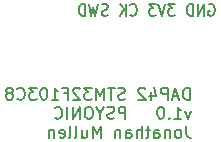
<source format=gbr>
%TF.GenerationSoftware,KiCad,Pcbnew,(6.0.5)*%
%TF.CreationDate,2022-05-16T17:27:05-05:00*%
%TF.ProjectId,dap42,64617034-322e-46b6-9963-61645f706362,rev?*%
%TF.SameCoordinates,Original*%
%TF.FileFunction,Legend,Bot*%
%TF.FilePolarity,Positive*%
%FSLAX46Y46*%
G04 Gerber Fmt 4.6, Leading zero omitted, Abs format (unit mm)*
G04 Created by KiCad (PCBNEW (6.0.5)) date 2022-05-16 17:27:05*
%MOMM*%
%LPD*%
G01*
G04 APERTURE LIST*
%ADD10C,0.150000*%
G04 APERTURE END LIST*
D10*
X183940000Y-90740000D02*
X184025714Y-90692380D01*
X184154285Y-90692380D01*
X184282857Y-90740000D01*
X184368571Y-90835238D01*
X184411428Y-90930476D01*
X184454285Y-91120952D01*
X184454285Y-91263809D01*
X184411428Y-91454285D01*
X184368571Y-91549523D01*
X184282857Y-91644761D01*
X184154285Y-91692380D01*
X184068571Y-91692380D01*
X183940000Y-91644761D01*
X183897142Y-91597142D01*
X183897142Y-91263809D01*
X184068571Y-91263809D01*
X183511428Y-91692380D02*
X183511428Y-90692380D01*
X182997142Y-91692380D01*
X182997142Y-90692380D01*
X182568571Y-91692380D02*
X182568571Y-90692380D01*
X182354285Y-90692380D01*
X182225714Y-90740000D01*
X182140000Y-90835238D01*
X182097142Y-90930476D01*
X182054285Y-91120952D01*
X182054285Y-91263809D01*
X182097142Y-91454285D01*
X182140000Y-91549523D01*
X182225714Y-91644761D01*
X182354285Y-91692380D01*
X182568571Y-91692380D01*
X181068571Y-90692380D02*
X180511428Y-90692380D01*
X180811428Y-91073333D01*
X180682857Y-91073333D01*
X180597142Y-91120952D01*
X180554285Y-91168571D01*
X180511428Y-91263809D01*
X180511428Y-91501904D01*
X180554285Y-91597142D01*
X180597142Y-91644761D01*
X180682857Y-91692380D01*
X180940000Y-91692380D01*
X181025714Y-91644761D01*
X181068571Y-91597142D01*
X180254285Y-90692380D02*
X179954285Y-91692380D01*
X179654285Y-90692380D01*
X179440000Y-90692380D02*
X178882857Y-90692380D01*
X179182857Y-91073333D01*
X179054285Y-91073333D01*
X178968571Y-91120952D01*
X178925714Y-91168571D01*
X178882857Y-91263809D01*
X178882857Y-91501904D01*
X178925714Y-91597142D01*
X178968571Y-91644761D01*
X179054285Y-91692380D01*
X179311428Y-91692380D01*
X179397142Y-91644761D01*
X179440000Y-91597142D01*
X177297142Y-91597142D02*
X177340000Y-91644761D01*
X177468571Y-91692380D01*
X177554285Y-91692380D01*
X177682857Y-91644761D01*
X177768571Y-91549523D01*
X177811428Y-91454285D01*
X177854285Y-91263809D01*
X177854285Y-91120952D01*
X177811428Y-90930476D01*
X177768571Y-90835238D01*
X177682857Y-90740000D01*
X177554285Y-90692380D01*
X177468571Y-90692380D01*
X177340000Y-90740000D01*
X177297142Y-90787619D01*
X176911428Y-91692380D02*
X176911428Y-90692380D01*
X176397142Y-91692380D02*
X176782857Y-91120952D01*
X176397142Y-90692380D02*
X176911428Y-91263809D01*
X175368571Y-91644761D02*
X175240000Y-91692380D01*
X175025714Y-91692380D01*
X174940000Y-91644761D01*
X174897142Y-91597142D01*
X174854285Y-91501904D01*
X174854285Y-91406666D01*
X174897142Y-91311428D01*
X174940000Y-91263809D01*
X175025714Y-91216190D01*
X175197142Y-91168571D01*
X175282857Y-91120952D01*
X175325714Y-91073333D01*
X175368571Y-90978095D01*
X175368571Y-90882857D01*
X175325714Y-90787619D01*
X175282857Y-90740000D01*
X175197142Y-90692380D01*
X174982857Y-90692380D01*
X174854285Y-90740000D01*
X174554285Y-90692380D02*
X174340000Y-91692380D01*
X174168571Y-90978095D01*
X173997142Y-91692380D01*
X173782857Y-90692380D01*
X173440000Y-91692380D02*
X173440000Y-90692380D01*
X173225714Y-90692380D01*
X173097142Y-90740000D01*
X173011428Y-90835238D01*
X172968571Y-90930476D01*
X172925714Y-91120952D01*
X172925714Y-91263809D01*
X172968571Y-91454285D01*
X173011428Y-91549523D01*
X173097142Y-91644761D01*
X173225714Y-91692380D01*
X173440000Y-91692380D01*
X182304404Y-98802380D02*
X182304404Y-97802380D01*
X182066309Y-97802380D01*
X181923452Y-97850000D01*
X181828214Y-97945238D01*
X181780595Y-98040476D01*
X181732976Y-98230952D01*
X181732976Y-98373809D01*
X181780595Y-98564285D01*
X181828214Y-98659523D01*
X181923452Y-98754761D01*
X182066309Y-98802380D01*
X182304404Y-98802380D01*
X181352023Y-98516666D02*
X180875833Y-98516666D01*
X181447261Y-98802380D02*
X181113928Y-97802380D01*
X180780595Y-98802380D01*
X180447261Y-98802380D02*
X180447261Y-97802380D01*
X180066309Y-97802380D01*
X179971071Y-97850000D01*
X179923452Y-97897619D01*
X179875833Y-97992857D01*
X179875833Y-98135714D01*
X179923452Y-98230952D01*
X179971071Y-98278571D01*
X180066309Y-98326190D01*
X180447261Y-98326190D01*
X179018690Y-98135714D02*
X179018690Y-98802380D01*
X179256785Y-97754761D02*
X179494880Y-98469047D01*
X178875833Y-98469047D01*
X178542500Y-97897619D02*
X178494880Y-97850000D01*
X178399642Y-97802380D01*
X178161547Y-97802380D01*
X178066309Y-97850000D01*
X178018690Y-97897619D01*
X177971071Y-97992857D01*
X177971071Y-98088095D01*
X178018690Y-98230952D01*
X178590119Y-98802380D01*
X177971071Y-98802380D01*
X176828214Y-98754761D02*
X176685357Y-98802380D01*
X176447261Y-98802380D01*
X176352023Y-98754761D01*
X176304404Y-98707142D01*
X176256785Y-98611904D01*
X176256785Y-98516666D01*
X176304404Y-98421428D01*
X176352023Y-98373809D01*
X176447261Y-98326190D01*
X176637738Y-98278571D01*
X176732976Y-98230952D01*
X176780595Y-98183333D01*
X176828214Y-98088095D01*
X176828214Y-97992857D01*
X176780595Y-97897619D01*
X176732976Y-97850000D01*
X176637738Y-97802380D01*
X176399642Y-97802380D01*
X176256785Y-97850000D01*
X175971071Y-97802380D02*
X175399642Y-97802380D01*
X175685357Y-98802380D02*
X175685357Y-97802380D01*
X175066309Y-98802380D02*
X175066309Y-97802380D01*
X174732976Y-98516666D01*
X174399642Y-97802380D01*
X174399642Y-98802380D01*
X174018690Y-97802380D02*
X173399642Y-97802380D01*
X173732976Y-98183333D01*
X173590119Y-98183333D01*
X173494880Y-98230952D01*
X173447261Y-98278571D01*
X173399642Y-98373809D01*
X173399642Y-98611904D01*
X173447261Y-98707142D01*
X173494880Y-98754761D01*
X173590119Y-98802380D01*
X173875833Y-98802380D01*
X173971071Y-98754761D01*
X174018690Y-98707142D01*
X173018690Y-97897619D02*
X172971071Y-97850000D01*
X172875833Y-97802380D01*
X172637738Y-97802380D01*
X172542500Y-97850000D01*
X172494880Y-97897619D01*
X172447261Y-97992857D01*
X172447261Y-98088095D01*
X172494880Y-98230952D01*
X173066309Y-98802380D01*
X172447261Y-98802380D01*
X171685357Y-98278571D02*
X172018690Y-98278571D01*
X172018690Y-98802380D02*
X172018690Y-97802380D01*
X171542500Y-97802380D01*
X170637738Y-98802380D02*
X171209166Y-98802380D01*
X170923452Y-98802380D02*
X170923452Y-97802380D01*
X171018690Y-97945238D01*
X171113928Y-98040476D01*
X171209166Y-98088095D01*
X170018690Y-97802380D02*
X169923452Y-97802380D01*
X169828214Y-97850000D01*
X169780595Y-97897619D01*
X169732976Y-97992857D01*
X169685357Y-98183333D01*
X169685357Y-98421428D01*
X169732976Y-98611904D01*
X169780595Y-98707142D01*
X169828214Y-98754761D01*
X169923452Y-98802380D01*
X170018690Y-98802380D01*
X170113928Y-98754761D01*
X170161547Y-98707142D01*
X170209166Y-98611904D01*
X170256785Y-98421428D01*
X170256785Y-98183333D01*
X170209166Y-97992857D01*
X170161547Y-97897619D01*
X170113928Y-97850000D01*
X170018690Y-97802380D01*
X169352023Y-97802380D02*
X168732976Y-97802380D01*
X169066309Y-98183333D01*
X168923452Y-98183333D01*
X168828214Y-98230952D01*
X168780595Y-98278571D01*
X168732976Y-98373809D01*
X168732976Y-98611904D01*
X168780595Y-98707142D01*
X168828214Y-98754761D01*
X168923452Y-98802380D01*
X169209166Y-98802380D01*
X169304404Y-98754761D01*
X169352023Y-98707142D01*
X167732976Y-98707142D02*
X167780595Y-98754761D01*
X167923452Y-98802380D01*
X168018690Y-98802380D01*
X168161547Y-98754761D01*
X168256785Y-98659523D01*
X168304404Y-98564285D01*
X168352023Y-98373809D01*
X168352023Y-98230952D01*
X168304404Y-98040476D01*
X168256785Y-97945238D01*
X168161547Y-97850000D01*
X168018690Y-97802380D01*
X167923452Y-97802380D01*
X167780595Y-97850000D01*
X167732976Y-97897619D01*
X167161547Y-98230952D02*
X167256785Y-98183333D01*
X167304404Y-98135714D01*
X167352023Y-98040476D01*
X167352023Y-97992857D01*
X167304404Y-97897619D01*
X167256785Y-97850000D01*
X167161547Y-97802380D01*
X166971071Y-97802380D01*
X166875833Y-97850000D01*
X166828214Y-97897619D01*
X166780595Y-97992857D01*
X166780595Y-98040476D01*
X166828214Y-98135714D01*
X166875833Y-98183333D01*
X166971071Y-98230952D01*
X167161547Y-98230952D01*
X167256785Y-98278571D01*
X167304404Y-98326190D01*
X167352023Y-98421428D01*
X167352023Y-98611904D01*
X167304404Y-98707142D01*
X167256785Y-98754761D01*
X167161547Y-98802380D01*
X166971071Y-98802380D01*
X166875833Y-98754761D01*
X166828214Y-98707142D01*
X166780595Y-98611904D01*
X166780595Y-98421428D01*
X166828214Y-98326190D01*
X166875833Y-98278571D01*
X166971071Y-98230952D01*
X182399642Y-99745714D02*
X182161547Y-100412380D01*
X181923452Y-99745714D01*
X181018690Y-100412380D02*
X181590119Y-100412380D01*
X181304404Y-100412380D02*
X181304404Y-99412380D01*
X181399642Y-99555238D01*
X181494880Y-99650476D01*
X181590119Y-99698095D01*
X180590119Y-100317142D02*
X180542500Y-100364761D01*
X180590119Y-100412380D01*
X180637738Y-100364761D01*
X180590119Y-100317142D01*
X180590119Y-100412380D01*
X179923452Y-99412380D02*
X179828214Y-99412380D01*
X179732976Y-99460000D01*
X179685357Y-99507619D01*
X179637738Y-99602857D01*
X179590119Y-99793333D01*
X179590119Y-100031428D01*
X179637738Y-100221904D01*
X179685357Y-100317142D01*
X179732976Y-100364761D01*
X179828214Y-100412380D01*
X179923452Y-100412380D01*
X180018690Y-100364761D01*
X180066309Y-100317142D01*
X180113928Y-100221904D01*
X180161547Y-100031428D01*
X180161547Y-99793333D01*
X180113928Y-99602857D01*
X180066309Y-99507619D01*
X180018690Y-99460000D01*
X179923452Y-99412380D01*
X176875833Y-100412380D02*
X176875833Y-99412380D01*
X176494880Y-99412380D01*
X176399642Y-99460000D01*
X176352023Y-99507619D01*
X176304404Y-99602857D01*
X176304404Y-99745714D01*
X176352023Y-99840952D01*
X176399642Y-99888571D01*
X176494880Y-99936190D01*
X176875833Y-99936190D01*
X175923452Y-100364761D02*
X175780595Y-100412380D01*
X175542500Y-100412380D01*
X175447261Y-100364761D01*
X175399642Y-100317142D01*
X175352023Y-100221904D01*
X175352023Y-100126666D01*
X175399642Y-100031428D01*
X175447261Y-99983809D01*
X175542500Y-99936190D01*
X175732976Y-99888571D01*
X175828214Y-99840952D01*
X175875833Y-99793333D01*
X175923452Y-99698095D01*
X175923452Y-99602857D01*
X175875833Y-99507619D01*
X175828214Y-99460000D01*
X175732976Y-99412380D01*
X175494880Y-99412380D01*
X175352023Y-99460000D01*
X174732976Y-99936190D02*
X174732976Y-100412380D01*
X175066309Y-99412380D02*
X174732976Y-99936190D01*
X174399642Y-99412380D01*
X173875833Y-99412380D02*
X173685357Y-99412380D01*
X173590119Y-99460000D01*
X173494880Y-99555238D01*
X173447261Y-99745714D01*
X173447261Y-100079047D01*
X173494880Y-100269523D01*
X173590119Y-100364761D01*
X173685357Y-100412380D01*
X173875833Y-100412380D01*
X173971071Y-100364761D01*
X174066309Y-100269523D01*
X174113928Y-100079047D01*
X174113928Y-99745714D01*
X174066309Y-99555238D01*
X173971071Y-99460000D01*
X173875833Y-99412380D01*
X173018690Y-100412380D02*
X173018690Y-99412380D01*
X172447261Y-100412380D01*
X172447261Y-99412380D01*
X171971071Y-100412380D02*
X171971071Y-99412380D01*
X170923452Y-100317142D02*
X170971071Y-100364761D01*
X171113928Y-100412380D01*
X171209166Y-100412380D01*
X171352023Y-100364761D01*
X171447261Y-100269523D01*
X171494880Y-100174285D01*
X171542500Y-99983809D01*
X171542500Y-99840952D01*
X171494880Y-99650476D01*
X171447261Y-99555238D01*
X171352023Y-99460000D01*
X171209166Y-99412380D01*
X171113928Y-99412380D01*
X170971071Y-99460000D01*
X170923452Y-99507619D01*
X182018690Y-101022380D02*
X182018690Y-101736666D01*
X182066309Y-101879523D01*
X182161547Y-101974761D01*
X182304404Y-102022380D01*
X182399642Y-102022380D01*
X181399642Y-102022380D02*
X181494880Y-101974761D01*
X181542500Y-101927142D01*
X181590119Y-101831904D01*
X181590119Y-101546190D01*
X181542500Y-101450952D01*
X181494880Y-101403333D01*
X181399642Y-101355714D01*
X181256785Y-101355714D01*
X181161547Y-101403333D01*
X181113928Y-101450952D01*
X181066309Y-101546190D01*
X181066309Y-101831904D01*
X181113928Y-101927142D01*
X181161547Y-101974761D01*
X181256785Y-102022380D01*
X181399642Y-102022380D01*
X180637738Y-101355714D02*
X180637738Y-102022380D01*
X180637738Y-101450952D02*
X180590119Y-101403333D01*
X180494880Y-101355714D01*
X180352023Y-101355714D01*
X180256785Y-101403333D01*
X180209166Y-101498571D01*
X180209166Y-102022380D01*
X179304404Y-102022380D02*
X179304404Y-101498571D01*
X179352023Y-101403333D01*
X179447261Y-101355714D01*
X179637738Y-101355714D01*
X179732976Y-101403333D01*
X179304404Y-101974761D02*
X179399642Y-102022380D01*
X179637738Y-102022380D01*
X179732976Y-101974761D01*
X179780595Y-101879523D01*
X179780595Y-101784285D01*
X179732976Y-101689047D01*
X179637738Y-101641428D01*
X179399642Y-101641428D01*
X179304404Y-101593809D01*
X178971071Y-101355714D02*
X178590119Y-101355714D01*
X178828214Y-101022380D02*
X178828214Y-101879523D01*
X178780595Y-101974761D01*
X178685357Y-102022380D01*
X178590119Y-102022380D01*
X178256785Y-102022380D02*
X178256785Y-101022380D01*
X177828214Y-102022380D02*
X177828214Y-101498571D01*
X177875833Y-101403333D01*
X177971071Y-101355714D01*
X178113928Y-101355714D01*
X178209166Y-101403333D01*
X178256785Y-101450952D01*
X176923452Y-102022380D02*
X176923452Y-101498571D01*
X176971071Y-101403333D01*
X177066309Y-101355714D01*
X177256785Y-101355714D01*
X177352023Y-101403333D01*
X176923452Y-101974761D02*
X177018690Y-102022380D01*
X177256785Y-102022380D01*
X177352023Y-101974761D01*
X177399642Y-101879523D01*
X177399642Y-101784285D01*
X177352023Y-101689047D01*
X177256785Y-101641428D01*
X177018690Y-101641428D01*
X176923452Y-101593809D01*
X176447261Y-101355714D02*
X176447261Y-102022380D01*
X176447261Y-101450952D02*
X176399642Y-101403333D01*
X176304404Y-101355714D01*
X176161547Y-101355714D01*
X176066309Y-101403333D01*
X176018690Y-101498571D01*
X176018690Y-102022380D01*
X174780595Y-102022380D02*
X174780595Y-101022380D01*
X174447261Y-101736666D01*
X174113928Y-101022380D01*
X174113928Y-102022380D01*
X173209166Y-101355714D02*
X173209166Y-102022380D01*
X173637738Y-101355714D02*
X173637738Y-101879523D01*
X173590119Y-101974761D01*
X173494880Y-102022380D01*
X173352023Y-102022380D01*
X173256785Y-101974761D01*
X173209166Y-101927142D01*
X172590119Y-102022380D02*
X172685357Y-101974761D01*
X172732976Y-101879523D01*
X172732976Y-101022380D01*
X172066309Y-102022380D02*
X172161547Y-101974761D01*
X172209166Y-101879523D01*
X172209166Y-101022380D01*
X171304404Y-101974761D02*
X171399642Y-102022380D01*
X171590119Y-102022380D01*
X171685357Y-101974761D01*
X171732976Y-101879523D01*
X171732976Y-101498571D01*
X171685357Y-101403333D01*
X171590119Y-101355714D01*
X171399642Y-101355714D01*
X171304404Y-101403333D01*
X171256785Y-101498571D01*
X171256785Y-101593809D01*
X171732976Y-101689047D01*
X170828214Y-101355714D02*
X170828214Y-102022380D01*
X170828214Y-101450952D02*
X170780595Y-101403333D01*
X170685357Y-101355714D01*
X170542500Y-101355714D01*
X170447261Y-101403333D01*
X170399642Y-101498571D01*
X170399642Y-102022380D01*
M02*

</source>
